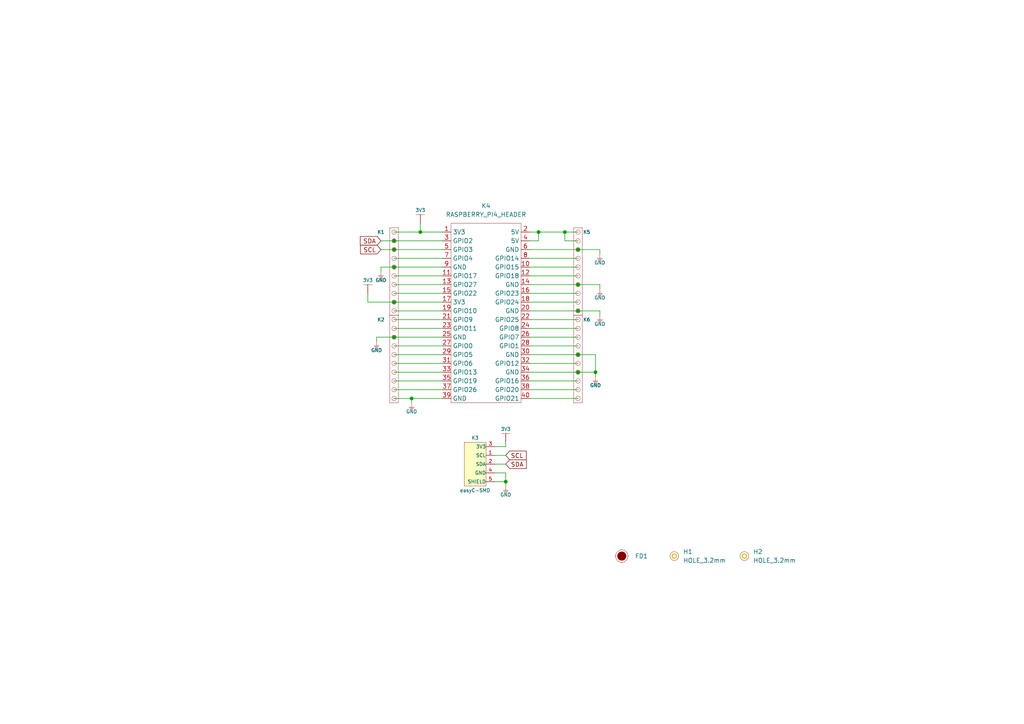
<source format=kicad_sch>
(kicad_sch (version 20210621) (generator eeschema)

  (uuid a07f59e6-776b-4647-8fc4-b0283225ecc8)

  (paper "A4")

  (lib_symbols
    (symbol "e-radionica.com schematics:3V3" (power) (pin_names (offset 0)) (in_bom yes) (on_board yes)
      (property "Reference" "#PWR" (id 0) (at 4.445 0 0)
        (effects (font (size 1 1)) hide)
      )
      (property "Value" "3V3" (id 1) (at 0 3.556 0)
        (effects (font (size 1 1)))
      )
      (property "Footprint" "" (id 2) (at 4.445 3.81 0)
        (effects (font (size 1 1)) hide)
      )
      (property "Datasheet" "" (id 3) (at 4.445 3.81 0)
        (effects (font (size 1 1)) hide)
      )
      (property "ki_keywords" "power-flag" (id 4) (at 0 0 0)
        (effects (font (size 1.27 1.27)) hide)
      )
      (property "ki_description" "Power symbol creates a global label with name \"+3V3\"" (id 5) (at 0 0 0)
        (effects (font (size 1.27 1.27)) hide)
      )
      (symbol "3V3_0_1"
        (polyline
          (pts
            (xy -1.27 2.54)
            (xy 1.27 2.54)
          )
          (stroke (width 0.0006)) (fill (type none))
        )
        (polyline
          (pts
            (xy 0 0)
            (xy 0 2.54)
          )
          (stroke (width 0)) (fill (type none))
        )
      )
      (symbol "3V3_1_1"
        (pin power_in line (at 0 0 90) (length 0) hide
          (name "3V3" (effects (font (size 1.27 1.27))))
          (number "1" (effects (font (size 1.27 1.27))))
        )
      )
    )
    (symbol "e-radionica.com schematics:Fiducial_Stencil" (pin_numbers hide) (pin_names hide) (in_bom yes) (on_board yes)
      (property "Reference" "FD?" (id 0) (at 0 3.048 0)
        (effects (font (size 1.27 1.27)))
      )
      (property "Value" "Fiducial_Stencil" (id 1) (at 0 -2.794 0)
        (effects (font (size 1.27 1.27)) hide)
      )
      (property "Footprint" "e-radionica.com footprinti:FIDUCIAL_1MM_PASTE" (id 2) (at 0 -6.35 0)
        (effects (font (size 1.27 1.27)) hide)
      )
      (property "Datasheet" "" (id 3) (at 0 0 0)
        (effects (font (size 1.27 1.27)) hide)
      )
      (symbol "Fiducial_Stencil_0_1"
        (circle (center 0 0) (radius 1.7961) (stroke (width 0.0006)) (fill (type none)))
        (circle (center 0 0) (radius 1.27) (stroke (width 0.001)) (fill (type outline)))
        (polyline
          (pts
            (xy -1.778 0)
            (xy -2.032 0)
          )
          (stroke (width 0.0006)) (fill (type none))
        )
        (polyline
          (pts
            (xy 0 -1.778)
            (xy 0 -2.032)
          )
          (stroke (width 0.0006)) (fill (type none))
        )
        (polyline
          (pts
            (xy 0 1.778)
            (xy 0 2.032)
          )
          (stroke (width 0.0006)) (fill (type none))
        )
        (polyline
          (pts
            (xy 1.778 0)
            (xy 2.032 0)
          )
          (stroke (width 0.0006)) (fill (type none))
        )
      )
    )
    (symbol "e-radionica.com schematics:GND" (power) (pin_names (offset 0)) (in_bom yes) (on_board yes)
      (property "Reference" "#PWR" (id 0) (at 4.445 0 0)
        (effects (font (size 1 1)) hide)
      )
      (property "Value" "GND" (id 1) (at 0 -2.921 0)
        (effects (font (size 1 1)))
      )
      (property "Footprint" "" (id 2) (at 4.445 3.81 0)
        (effects (font (size 1 1)) hide)
      )
      (property "Datasheet" "" (id 3) (at 4.445 3.81 0)
        (effects (font (size 1 1)) hide)
      )
      (property "ki_keywords" "power-flag" (id 4) (at 0 0 0)
        (effects (font (size 1.27 1.27)) hide)
      )
      (property "ki_description" "Power symbol creates a global label with name \"+3V3\"" (id 5) (at 0 0 0)
        (effects (font (size 1.27 1.27)) hide)
      )
      (symbol "GND_0_1"
        (polyline
          (pts
            (xy -0.762 -1.27)
            (xy 0.762 -1.27)
          )
          (stroke (width 0.0006)) (fill (type none))
        )
        (polyline
          (pts
            (xy -0.635 -1.524)
            (xy 0.635 -1.524)
          )
          (stroke (width 0.0006)) (fill (type none))
        )
        (polyline
          (pts
            (xy -0.381 -1.778)
            (xy 0.381 -1.778)
          )
          (stroke (width 0.0006)) (fill (type none))
        )
        (polyline
          (pts
            (xy -0.127 -2.032)
            (xy 0.127 -2.032)
          )
          (stroke (width 0.0006)) (fill (type none))
        )
        (polyline
          (pts
            (xy 0 0)
            (xy 0 -1.27)
          )
          (stroke (width 0.0006)) (fill (type none))
        )
      )
      (symbol "GND_1_1"
        (pin power_in line (at 0 0 270) (length 0) hide
          (name "GND" (effects (font (size 1.27 1.27))))
          (number "1" (effects (font (size 1.27 1.27))))
        )
      )
    )
    (symbol "e-radionica.com schematics:HEADER_MALE_10X1" (pin_numbers hide) (pin_names hide) (in_bom yes) (on_board yes)
      (property "Reference" "K" (id 0) (at -0.635 15.24 0)
        (effects (font (size 1 1)))
      )
      (property "Value" "HEADER_MALE_10X1" (id 1) (at 1.905 -12.7 0)
        (effects (font (size 1 1)))
      )
      (property "Footprint" "e-radionica.com footprinti:HEADER_MALE_10X1" (id 2) (at 0 0 0)
        (effects (font (size 1 1)) hide)
      )
      (property "Datasheet" "" (id 3) (at 0 0 0)
        (effects (font (size 1 1)) hide)
      )
      (symbol "HEADER_MALE_10X1_0_1"
        (circle (center 0 -10.16) (radius 0.635) (stroke (width 0.0006)) (fill (type none)))
        (circle (center 0 -7.62) (radius 0.635) (stroke (width 0.0006)) (fill (type none)))
        (circle (center 0 -5.08) (radius 0.635) (stroke (width 0.0006)) (fill (type none)))
        (circle (center 0 -2.54) (radius 0.635) (stroke (width 0.0006)) (fill (type none)))
        (circle (center 0 0) (radius 0.635) (stroke (width 0.0006)) (fill (type none)))
        (circle (center 0 2.54) (radius 0.635) (stroke (width 0.0006)) (fill (type none)))
        (circle (center 0 5.08) (radius 0.635) (stroke (width 0.0006)) (fill (type none)))
        (circle (center 0 7.62) (radius 0.635) (stroke (width 0.0006)) (fill (type none)))
        (circle (center 0 10.16) (radius 0.635) (stroke (width 0.0006)) (fill (type none)))
        (circle (center 0 12.7) (radius 0.635) (stroke (width 0.0006)) (fill (type none)))
        (rectangle (start 1.27 -11.43) (end -1.27 13.97)
          (stroke (width 0.0006)) (fill (type none))
        )
      )
      (symbol "HEADER_MALE_10X1_1_1"
        (pin passive line (at 0 -10.16 180) (length 0)
          (name "~" (effects (font (size 0.991 0.991))))
          (number "1" (effects (font (size 0.991 0.991))))
        )
        (pin passive line (at 0 12.7 180) (length 0)
          (name "~" (effects (font (size 0.991 0.991))))
          (number "10" (effects (font (size 0.991 0.991))))
        )
        (pin passive line (at 0 -7.62 180) (length 0)
          (name "~" (effects (font (size 0.991 0.991))))
          (number "2" (effects (font (size 0.991 0.991))))
        )
        (pin passive line (at 0 -5.08 180) (length 0)
          (name "~" (effects (font (size 0.991 0.991))))
          (number "3" (effects (font (size 0.991 0.991))))
        )
        (pin passive line (at 0 -2.54 180) (length 0)
          (name "~" (effects (font (size 0.991 0.991))))
          (number "4" (effects (font (size 0.991 0.991))))
        )
        (pin passive line (at 0 0 180) (length 0)
          (name "~" (effects (font (size 0.991 0.991))))
          (number "5" (effects (font (size 0.991 0.991))))
        )
        (pin passive line (at 0 2.54 180) (length 0)
          (name "~" (effects (font (size 0.991 0.991))))
          (number "6" (effects (font (size 0.991 0.991))))
        )
        (pin passive line (at 0 5.08 180) (length 0)
          (name "~" (effects (font (size 0.991 0.991))))
          (number "7" (effects (font (size 0.991 0.991))))
        )
        (pin passive line (at 0 7.62 180) (length 0)
          (name "~" (effects (font (size 0.991 0.991))))
          (number "8" (effects (font (size 0.991 0.991))))
        )
        (pin passive line (at 0 10.16 180) (length 0)
          (name "~" (effects (font (size 0.991 0.991))))
          (number "9" (effects (font (size 0.991 0.991))))
        )
      )
    )
    (symbol "e-radionica.com schematics:HOLE_3.2mm" (pin_numbers hide) (pin_names hide) (in_bom yes) (on_board yes)
      (property "Reference" "H" (id 0) (at 0 2.54 0)
        (effects (font (size 1.27 1.27)))
      )
      (property "Value" "HOLE_3.2mm" (id 1) (at 0 -2.54 0)
        (effects (font (size 1.27 1.27)))
      )
      (property "Footprint" "e-radionica.com footprinti:HOLE_3.2mm" (id 2) (at 0 0 0)
        (effects (font (size 1.27 1.27)) hide)
      )
      (property "Datasheet" "" (id 3) (at 0 0 0)
        (effects (font (size 1.27 1.27)) hide)
      )
      (symbol "HOLE_3.2mm_0_1"
        (circle (center 0 0) (radius 0.635) (stroke (width 0.0006)) (fill (type none)))
        (circle (center 0 0) (radius 1.27) (stroke (width 0.001)) (fill (type background)))
      )
    )
    (symbol "e-radionica.com schematics:RASPBERRY_PI4_HEADER" (in_bom yes) (on_board yes)
      (property "Reference" "K" (id 0) (at -8.89 29.21 0)
        (effects (font (size 1.27 1.27)))
      )
      (property "Value" "RASPBERRY_PI4_HEADER" (id 1) (at 0 -25.4 0)
        (effects (font (size 1.27 1.27)))
      )
      (property "Footprint" "e-radionica.com footprinti:RASPBERRY_PI4_HEADER" (id 2) (at 0 -29.21 0)
        (effects (font (size 1.27 1.27)) hide)
      )
      (property "Datasheet" "" (id 3) (at 0 0 0)
        (effects (font (size 1.27 1.27)) hide)
      )
      (symbol "RASPBERRY_PI4_HEADER_0_1"
        (rectangle (start -10.16 27.94) (end 10.16 -24.13)
          (stroke (width 0.0006)) (fill (type none))
        )
      )
      (symbol "RASPBERRY_PI4_HEADER_1_1"
        (pin power_in line (at -12.7 25.4 0) (length 2.54)
          (name "3V3" (effects (font (size 1.27 1.27))))
          (number "1" (effects (font (size 1.27 1.27))))
        )
        (pin bidirectional line (at 12.7 15.24 180) (length 2.54)
          (name "GPIO15" (effects (font (size 1.27 1.27))))
          (number "10" (effects (font (size 1.27 1.27))))
        )
        (pin bidirectional line (at -12.7 12.7 0) (length 2.54)
          (name "GPIO17" (effects (font (size 1.27 1.27))))
          (number "11" (effects (font (size 1.27 1.27))))
        )
        (pin bidirectional line (at 12.7 12.7 180) (length 2.54)
          (name "GPIO18" (effects (font (size 1.27 1.27))))
          (number "12" (effects (font (size 1.27 1.27))))
        )
        (pin bidirectional line (at -12.7 10.16 0) (length 2.54)
          (name "GPIO27" (effects (font (size 1.27 1.27))))
          (number "13" (effects (font (size 1.27 1.27))))
        )
        (pin bidirectional line (at 12.7 10.16 180) (length 2.54)
          (name "GND" (effects (font (size 1.27 1.27))))
          (number "14" (effects (font (size 1.27 1.27))))
        )
        (pin bidirectional line (at -12.7 7.62 0) (length 2.54)
          (name "GPIO22" (effects (font (size 1.27 1.27))))
          (number "15" (effects (font (size 1.27 1.27))))
        )
        (pin bidirectional line (at 12.7 7.62 180) (length 2.54)
          (name "GPIO23" (effects (font (size 1.27 1.27))))
          (number "16" (effects (font (size 1.27 1.27))))
        )
        (pin bidirectional line (at -12.7 5.08 0) (length 2.54)
          (name "3V3" (effects (font (size 1.27 1.27))))
          (number "17" (effects (font (size 1.27 1.27))))
        )
        (pin bidirectional line (at 12.7 5.08 180) (length 2.54)
          (name "GPIO24" (effects (font (size 1.27 1.27))))
          (number "18" (effects (font (size 1.27 1.27))))
        )
        (pin bidirectional line (at -12.7 2.54 0) (length 2.54)
          (name "GPIO10" (effects (font (size 1.27 1.27))))
          (number "19" (effects (font (size 1.27 1.27))))
        )
        (pin bidirectional line (at 12.7 25.4 180) (length 2.54)
          (name "5V" (effects (font (size 1.27 1.27))))
          (number "2" (effects (font (size 1.27 1.27))))
        )
        (pin bidirectional line (at 12.7 2.54 180) (length 2.54)
          (name "GND" (effects (font (size 1.27 1.27))))
          (number "20" (effects (font (size 1.27 1.27))))
        )
        (pin bidirectional line (at -12.7 0 0) (length 2.54)
          (name "GPIO9" (effects (font (size 1.27 1.27))))
          (number "21" (effects (font (size 1.27 1.27))))
        )
        (pin bidirectional line (at 12.7 0 180) (length 2.54)
          (name "GPIO25" (effects (font (size 1.27 1.27))))
          (number "22" (effects (font (size 1.27 1.27))))
        )
        (pin bidirectional line (at -12.7 -2.54 0) (length 2.54)
          (name "GPIO11" (effects (font (size 1.27 1.27))))
          (number "23" (effects (font (size 1.27 1.27))))
        )
        (pin bidirectional line (at 12.7 -2.54 180) (length 2.54)
          (name "GPIO8" (effects (font (size 1.27 1.27))))
          (number "24" (effects (font (size 1.27 1.27))))
        )
        (pin bidirectional line (at -12.7 -5.08 0) (length 2.54)
          (name "GND" (effects (font (size 1.27 1.27))))
          (number "25" (effects (font (size 1.27 1.27))))
        )
        (pin bidirectional line (at 12.7 -5.08 180) (length 2.54)
          (name "GPIO7" (effects (font (size 1.27 1.27))))
          (number "26" (effects (font (size 1.27 1.27))))
        )
        (pin bidirectional line (at -12.7 -7.62 0) (length 2.54)
          (name "GPIO0" (effects (font (size 1.27 1.27))))
          (number "27" (effects (font (size 1.27 1.27))))
        )
        (pin bidirectional line (at 12.7 -7.62 180) (length 2.54)
          (name "GPIO1" (effects (font (size 1.27 1.27))))
          (number "28" (effects (font (size 1.27 1.27))))
        )
        (pin bidirectional line (at -12.7 -10.16 0) (length 2.54)
          (name "GPIO5" (effects (font (size 1.27 1.27))))
          (number "29" (effects (font (size 1.27 1.27))))
        )
        (pin bidirectional line (at -12.7 22.86 0) (length 2.54)
          (name "GPIO2" (effects (font (size 1.27 1.27))))
          (number "3" (effects (font (size 1.27 1.27))))
        )
        (pin bidirectional line (at 12.7 -10.16 180) (length 2.54)
          (name "GND" (effects (font (size 1.27 1.27))))
          (number "30" (effects (font (size 1.27 1.27))))
        )
        (pin bidirectional line (at -12.7 -12.7 0) (length 2.54)
          (name "GPIO6" (effects (font (size 1.27 1.27))))
          (number "31" (effects (font (size 1.27 1.27))))
        )
        (pin bidirectional line (at 12.7 -12.7 180) (length 2.54)
          (name "GPIO12" (effects (font (size 1.27 1.27))))
          (number "32" (effects (font (size 1.27 1.27))))
        )
        (pin bidirectional line (at -12.7 -15.24 0) (length 2.54)
          (name "GPIO13" (effects (font (size 1.27 1.27))))
          (number "33" (effects (font (size 1.27 1.27))))
        )
        (pin bidirectional line (at 12.7 -15.24 180) (length 2.54)
          (name "GND" (effects (font (size 1.27 1.27))))
          (number "34" (effects (font (size 1.27 1.27))))
        )
        (pin bidirectional line (at -12.7 -17.78 0) (length 2.54)
          (name "GPIO19" (effects (font (size 1.27 1.27))))
          (number "35" (effects (font (size 1.27 1.27))))
        )
        (pin bidirectional line (at 12.7 -17.78 180) (length 2.54)
          (name "GPIO16" (effects (font (size 1.27 1.27))))
          (number "36" (effects (font (size 1.27 1.27))))
        )
        (pin bidirectional line (at -12.7 -20.32 0) (length 2.54)
          (name "GPIO26" (effects (font (size 1.27 1.27))))
          (number "37" (effects (font (size 1.27 1.27))))
        )
        (pin bidirectional line (at 12.7 -20.32 180) (length 2.54)
          (name "GPIO20" (effects (font (size 1.27 1.27))))
          (number "38" (effects (font (size 1.27 1.27))))
        )
        (pin bidirectional line (at -12.7 -22.86 0) (length 2.54)
          (name "GND" (effects (font (size 1.27 1.27))))
          (number "39" (effects (font (size 1.27 1.27))))
        )
        (pin bidirectional line (at 12.7 22.86 180) (length 2.54)
          (name "5V" (effects (font (size 1.27 1.27))))
          (number "4" (effects (font (size 1.27 1.27))))
        )
        (pin bidirectional line (at 12.7 -22.86 180) (length 2.54)
          (name "GPIO21" (effects (font (size 1.27 1.27))))
          (number "40" (effects (font (size 1.27 1.27))))
        )
        (pin bidirectional line (at -12.7 20.32 0) (length 2.54)
          (name "GPIO3" (effects (font (size 1.27 1.27))))
          (number "5" (effects (font (size 1.27 1.27))))
        )
        (pin bidirectional line (at 12.7 20.32 180) (length 2.54)
          (name "GND" (effects (font (size 1.27 1.27))))
          (number "6" (effects (font (size 1.27 1.27))))
        )
        (pin bidirectional line (at -12.7 17.78 0) (length 2.54)
          (name "GPIO4" (effects (font (size 1.27 1.27))))
          (number "7" (effects (font (size 1.27 1.27))))
        )
        (pin bidirectional line (at 12.7 17.78 180) (length 2.54)
          (name "GPIO14" (effects (font (size 1.27 1.27))))
          (number "8" (effects (font (size 1.27 1.27))))
        )
        (pin bidirectional line (at -12.7 15.24 0) (length 2.54)
          (name "GND" (effects (font (size 1.27 1.27))))
          (number "9" (effects (font (size 1.27 1.27))))
        )
      )
    )
    (symbol "e-radionica.com schematics:easyC-SMD" (pin_names (offset 0.002)) (in_bom yes) (on_board yes)
      (property "Reference" "K" (id 0) (at -2.54 10.16 0)
        (effects (font (size 1 1)))
      )
      (property "Value" "easyC-SMD" (id 1) (at 0 -5.08 0)
        (effects (font (size 1 1)))
      )
      (property "Footprint" "e-radionica.com footprinti:easyC-connector" (id 2) (at 3.175 2.54 0)
        (effects (font (size 1 1)) hide)
      )
      (property "Datasheet" "" (id 3) (at 3.175 2.54 0)
        (effects (font (size 1 1)) hide)
      )
      (symbol "easyC-SMD_0_1"
        (rectangle (start -3.175 8.89) (end 3.175 -3.81)
          (stroke (width 0.001)) (fill (type background))
        )
      )
      (symbol "easyC-SMD_1_1"
        (pin passive line (at 5.715 5.08 180) (length 2.54)
          (name "SCL" (effects (font (size 1 1))))
          (number "1" (effects (font (size 1 1))))
        )
        (pin passive line (at 5.715 2.54 180) (length 2.54)
          (name "SDA" (effects (font (size 1 1))))
          (number "2" (effects (font (size 1 1))))
        )
        (pin passive line (at 5.715 7.62 180) (length 2.54)
          (name "3V3" (effects (font (size 1 1))))
          (number "3" (effects (font (size 1 1))))
        )
        (pin passive line (at 5.715 0 180) (length 2.54)
          (name "GND" (effects (font (size 1 1))))
          (number "4" (effects (font (size 1 1))))
        )
        (pin passive line (at 5.715 -2.54 180) (length 2.54)
          (name "SHIELD" (effects (font (size 1 1))))
          (number "5" (effects (font (size 1 1))))
        )
      )
    )
  )

  (junction (at 114.3 69.85) (diameter 0.9144) (color 0 0 0 0))
  (junction (at 114.3 72.39) (diameter 0.9144) (color 0 0 0 0))
  (junction (at 114.3 77.47) (diameter 0.9144) (color 0 0 0 0))
  (junction (at 114.3 87.63) (diameter 0.9144) (color 0 0 0 0))
  (junction (at 114.3 97.79) (diameter 0.9144) (color 0 0 0 0))
  (junction (at 119.38 115.57) (diameter 0.9144) (color 0 0 0 0))
  (junction (at 121.92 67.31) (diameter 0.9144) (color 0 0 0 0))
  (junction (at 146.685 139.7) (diameter 0.9144) (color 0 0 0 0))
  (junction (at 156.21 67.31) (diameter 0.9144) (color 0 0 0 0))
  (junction (at 163.83 67.31) (diameter 0.9144) (color 0 0 0 0))
  (junction (at 167.64 72.39) (diameter 0.9144) (color 0 0 0 0))
  (junction (at 167.64 82.55) (diameter 0.9144) (color 0 0 0 0))
  (junction (at 167.64 90.17) (diameter 0.9144) (color 0 0 0 0))
  (junction (at 167.64 102.87) (diameter 0.9144) (color 0 0 0 0))
  (junction (at 167.64 107.95) (diameter 0.9144) (color 0 0 0 0))
  (junction (at 172.72 107.95) (diameter 0.9144) (color 0 0 0 0))

  (wire (pts (xy 106.68 87.63) (xy 106.68 85.09))
    (stroke (width 0) (type solid) (color 0 0 0 0))
    (uuid 05a895f2-4dfc-4cee-b424-4597276e942c)
  )
  (wire (pts (xy 109.22 97.79) (xy 109.22 99.06))
    (stroke (width 0) (type solid) (color 0 0 0 0))
    (uuid 2bdefb9b-73c9-45b2-9723-8ee73a202fef)
  )
  (wire (pts (xy 110.49 69.85) (xy 114.3 69.85))
    (stroke (width 0) (type solid) (color 0 0 0 0))
    (uuid f1c93862-0afc-407e-83c2-e49e2f2d7bf0)
  )
  (wire (pts (xy 110.49 72.39) (xy 114.3 72.39))
    (stroke (width 0) (type solid) (color 0 0 0 0))
    (uuid 8bb5bf19-a7bd-49f7-bd5c-b0fcc021d687)
  )
  (wire (pts (xy 110.49 77.47) (xy 110.49 78.74))
    (stroke (width 0) (type solid) (color 0 0 0 0))
    (uuid 27dd58f3-11f6-48ad-aa74-36539ed60d3d)
  )
  (wire (pts (xy 114.3 67.31) (xy 121.92 67.31))
    (stroke (width 0) (type solid) (color 0 0 0 0))
    (uuid a5b3d25f-492c-465d-94ba-fab888ae53c9)
  )
  (wire (pts (xy 114.3 69.85) (xy 128.27 69.85))
    (stroke (width 0) (type solid) (color 0 0 0 0))
    (uuid 9a16b909-2ab3-47a4-9070-e665761782ba)
  )
  (wire (pts (xy 114.3 72.39) (xy 128.27 72.39))
    (stroke (width 0) (type solid) (color 0 0 0 0))
    (uuid 1ed8f573-959e-4dae-af5c-aadadd56dba4)
  )
  (wire (pts (xy 114.3 74.93) (xy 128.27 74.93))
    (stroke (width 0) (type solid) (color 0 0 0 0))
    (uuid bd9eb78a-d021-42a4-988f-d618e891ad8e)
  )
  (wire (pts (xy 114.3 77.47) (xy 110.49 77.47))
    (stroke (width 0) (type solid) (color 0 0 0 0))
    (uuid 27dd58f3-11f6-48ad-aa74-36539ed60d3d)
  )
  (wire (pts (xy 114.3 77.47) (xy 128.27 77.47))
    (stroke (width 0) (type solid) (color 0 0 0 0))
    (uuid dac3e9df-45fa-4330-87f2-9207228fd094)
  )
  (wire (pts (xy 114.3 80.01) (xy 128.27 80.01))
    (stroke (width 0) (type solid) (color 0 0 0 0))
    (uuid 8b8c01d3-3b0a-44fd-b87e-cee7c48c45f9)
  )
  (wire (pts (xy 114.3 82.55) (xy 128.27 82.55))
    (stroke (width 0) (type solid) (color 0 0 0 0))
    (uuid 5b48695f-6f62-4feb-9162-5726acc69ddf)
  )
  (wire (pts (xy 114.3 85.09) (xy 128.27 85.09))
    (stroke (width 0) (type solid) (color 0 0 0 0))
    (uuid 03f79577-bbac-49dc-9a5b-fb8f96a23cd2)
  )
  (wire (pts (xy 114.3 87.63) (xy 106.68 87.63))
    (stroke (width 0) (type solid) (color 0 0 0 0))
    (uuid 05a895f2-4dfc-4cee-b424-4597276e942c)
  )
  (wire (pts (xy 114.3 87.63) (xy 128.27 87.63))
    (stroke (width 0) (type solid) (color 0 0 0 0))
    (uuid bfce2ee9-7524-4a74-8ae5-dfa8b04560d7)
  )
  (wire (pts (xy 114.3 90.17) (xy 128.27 90.17))
    (stroke (width 0) (type solid) (color 0 0 0 0))
    (uuid c61d05f8-56f0-41b1-875d-a103863f2851)
  )
  (wire (pts (xy 114.3 92.71) (xy 128.27 92.71))
    (stroke (width 0) (type solid) (color 0 0 0 0))
    (uuid 14599491-04c3-433d-a7f0-45af6164ffa3)
  )
  (wire (pts (xy 114.3 95.25) (xy 128.27 95.25))
    (stroke (width 0) (type solid) (color 0 0 0 0))
    (uuid 71dddd39-efc4-4bea-8d21-56f544f4e8e4)
  )
  (wire (pts (xy 114.3 97.79) (xy 109.22 97.79))
    (stroke (width 0) (type solid) (color 0 0 0 0))
    (uuid 2bdefb9b-73c9-45b2-9723-8ee73a202fef)
  )
  (wire (pts (xy 114.3 100.33) (xy 128.27 100.33))
    (stroke (width 0) (type solid) (color 0 0 0 0))
    (uuid dc6d42f1-1f05-4750-9910-0ca22c2b5c9a)
  )
  (wire (pts (xy 114.3 102.87) (xy 128.27 102.87))
    (stroke (width 0) (type solid) (color 0 0 0 0))
    (uuid 6504aa5a-69b9-41db-a0e1-198bf02855c3)
  )
  (wire (pts (xy 114.3 105.41) (xy 128.27 105.41))
    (stroke (width 0) (type solid) (color 0 0 0 0))
    (uuid 213e5451-e137-4fb9-b846-48bc9ec70498)
  )
  (wire (pts (xy 114.3 107.95) (xy 128.27 107.95))
    (stroke (width 0) (type solid) (color 0 0 0 0))
    (uuid fc29e2cb-4d4f-44f6-b727-adfa1744bc99)
  )
  (wire (pts (xy 114.3 110.49) (xy 128.27 110.49))
    (stroke (width 0) (type solid) (color 0 0 0 0))
    (uuid cbdba3a5-302d-4257-a4f3-fd6e74288120)
  )
  (wire (pts (xy 114.3 113.03) (xy 128.27 113.03))
    (stroke (width 0) (type solid) (color 0 0 0 0))
    (uuid c7651185-eeef-44ad-ae26-08f68c8251e9)
  )
  (wire (pts (xy 114.3 115.57) (xy 119.38 115.57))
    (stroke (width 0) (type solid) (color 0 0 0 0))
    (uuid 81072777-b512-4b9b-8e78-7f402fb4f8bc)
  )
  (wire (pts (xy 119.38 115.57) (xy 119.38 116.84))
    (stroke (width 0) (type solid) (color 0 0 0 0))
    (uuid 921086e8-87da-40a2-ac86-56e12d239422)
  )
  (wire (pts (xy 121.92 67.31) (xy 121.92 64.77))
    (stroke (width 0) (type solid) (color 0 0 0 0))
    (uuid a0289288-fde3-4717-b88f-5737ca950e11)
  )
  (wire (pts (xy 128.27 67.31) (xy 121.92 67.31))
    (stroke (width 0) (type solid) (color 0 0 0 0))
    (uuid a0289288-fde3-4717-b88f-5737ca950e11)
  )
  (wire (pts (xy 128.27 97.79) (xy 114.3 97.79))
    (stroke (width 0) (type solid) (color 0 0 0 0))
    (uuid 2bdefb9b-73c9-45b2-9723-8ee73a202fef)
  )
  (wire (pts (xy 128.27 115.57) (xy 119.38 115.57))
    (stroke (width 0) (type solid) (color 0 0 0 0))
    (uuid 921086e8-87da-40a2-ac86-56e12d239422)
  )
  (wire (pts (xy 143.51 129.54) (xy 146.685 129.54))
    (stroke (width 0) (type solid) (color 0 0 0 0))
    (uuid c4150088-552f-4015-8bdf-9da237c269a2)
  )
  (wire (pts (xy 143.51 132.08) (xy 146.685 132.08))
    (stroke (width 0) (type solid) (color 0 0 0 0))
    (uuid ebfc9e35-6492-4c1f-9fd4-a2823ef6a2fe)
  )
  (wire (pts (xy 143.51 134.62) (xy 146.685 134.62))
    (stroke (width 0) (type solid) (color 0 0 0 0))
    (uuid 804059a9-3ff2-4937-a7a6-7a2430b59b44)
  )
  (wire (pts (xy 143.51 137.16) (xy 146.685 137.16))
    (stroke (width 0) (type solid) (color 0 0 0 0))
    (uuid 8bd5197c-15f1-4329-87a8-3836b843d763)
  )
  (wire (pts (xy 143.51 139.7) (xy 146.685 139.7))
    (stroke (width 0) (type solid) (color 0 0 0 0))
    (uuid 53ecf4b0-74e3-4025-806a-c89f29b0f715)
  )
  (wire (pts (xy 146.685 129.54) (xy 146.685 128.27))
    (stroke (width 0) (type solid) (color 0 0 0 0))
    (uuid c4150088-552f-4015-8bdf-9da237c269a2)
  )
  (wire (pts (xy 146.685 137.16) (xy 146.685 139.7))
    (stroke (width 0) (type solid) (color 0 0 0 0))
    (uuid 8bd5197c-15f1-4329-87a8-3836b843d763)
  )
  (wire (pts (xy 146.685 139.7) (xy 146.685 140.97))
    (stroke (width 0) (type solid) (color 0 0 0 0))
    (uuid 53ecf4b0-74e3-4025-806a-c89f29b0f715)
  )
  (wire (pts (xy 153.67 67.31) (xy 156.21 67.31))
    (stroke (width 0) (type solid) (color 0 0 0 0))
    (uuid 0fd594a2-ca44-422e-83e3-2f676bd68276)
  )
  (wire (pts (xy 153.67 69.85) (xy 156.21 69.85))
    (stroke (width 0) (type solid) (color 0 0 0 0))
    (uuid 1c46fa07-d6dc-4887-9f00-e9f2315d50ed)
  )
  (wire (pts (xy 153.67 72.39) (xy 167.64 72.39))
    (stroke (width 0) (type solid) (color 0 0 0 0))
    (uuid 831a92e4-e92c-4dea-ba95-aa4e36686778)
  )
  (wire (pts (xy 153.67 74.93) (xy 167.64 74.93))
    (stroke (width 0) (type solid) (color 0 0 0 0))
    (uuid d015fd54-17cd-4d3c-ba9e-be29a1981e6e)
  )
  (wire (pts (xy 153.67 77.47) (xy 167.64 77.47))
    (stroke (width 0) (type solid) (color 0 0 0 0))
    (uuid 4aa0b9b9-6116-4075-afae-ba47a87281b1)
  )
  (wire (pts (xy 153.67 80.01) (xy 167.64 80.01))
    (stroke (width 0) (type solid) (color 0 0 0 0))
    (uuid 4df2ffa2-bc3d-4078-800b-4583e2ba98d9)
  )
  (wire (pts (xy 153.67 82.55) (xy 167.64 82.55))
    (stroke (width 0) (type solid) (color 0 0 0 0))
    (uuid 6e03fa90-653e-4da7-948f-257356293fa7)
  )
  (wire (pts (xy 153.67 85.09) (xy 167.64 85.09))
    (stroke (width 0) (type solid) (color 0 0 0 0))
    (uuid 1aac9f20-1bac-4671-966a-aed4a8191fd6)
  )
  (wire (pts (xy 153.67 87.63) (xy 167.64 87.63))
    (stroke (width 0) (type solid) (color 0 0 0 0))
    (uuid 3a3a7218-8e6e-483d-99b1-9e56c11b9b0e)
  )
  (wire (pts (xy 153.67 90.17) (xy 167.64 90.17))
    (stroke (width 0) (type solid) (color 0 0 0 0))
    (uuid e76159d0-4f07-409a-a926-08b00d1d7809)
  )
  (wire (pts (xy 153.67 92.71) (xy 167.64 92.71))
    (stroke (width 0) (type solid) (color 0 0 0 0))
    (uuid 494f8b03-c4d5-4eaa-8af6-3bd3fdca8527)
  )
  (wire (pts (xy 153.67 95.25) (xy 167.64 95.25))
    (stroke (width 0) (type solid) (color 0 0 0 0))
    (uuid b6d9dfcc-4985-4519-a07c-aff9935c38ca)
  )
  (wire (pts (xy 153.67 97.79) (xy 167.64 97.79))
    (stroke (width 0) (type solid) (color 0 0 0 0))
    (uuid 50c57efa-ce9e-4c0e-a3cb-5d015df53826)
  )
  (wire (pts (xy 153.67 100.33) (xy 167.64 100.33))
    (stroke (width 0) (type solid) (color 0 0 0 0))
    (uuid 8a616c86-e873-4d17-8ac0-c5331c770c0e)
  )
  (wire (pts (xy 153.67 102.87) (xy 167.64 102.87))
    (stroke (width 0) (type solid) (color 0 0 0 0))
    (uuid ee231e27-e64b-43a3-b30f-8281c1cdc1ef)
  )
  (wire (pts (xy 153.67 105.41) (xy 167.64 105.41))
    (stroke (width 0) (type solid) (color 0 0 0 0))
    (uuid 954cc4a0-21e6-48c0-8fc3-5a73bd2279fa)
  )
  (wire (pts (xy 153.67 107.95) (xy 167.64 107.95))
    (stroke (width 0) (type solid) (color 0 0 0 0))
    (uuid 64c61259-b179-41d1-8fc5-9363344b2e2b)
  )
  (wire (pts (xy 153.67 110.49) (xy 167.64 110.49))
    (stroke (width 0) (type solid) (color 0 0 0 0))
    (uuid fa7755bb-2331-4f6a-a98a-dff38053d916)
  )
  (wire (pts (xy 153.67 113.03) (xy 167.64 113.03))
    (stroke (width 0) (type solid) (color 0 0 0 0))
    (uuid 966a7d3d-77e7-4598-8447-3de6bf398bdc)
  )
  (wire (pts (xy 153.67 115.57) (xy 167.64 115.57))
    (stroke (width 0) (type solid) (color 0 0 0 0))
    (uuid 2e480a08-bd5c-42b6-b9c1-0610ad0478f5)
  )
  (wire (pts (xy 156.21 67.31) (xy 163.83 67.31))
    (stroke (width 0) (type solid) (color 0 0 0 0))
    (uuid 0fd594a2-ca44-422e-83e3-2f676bd68276)
  )
  (wire (pts (xy 156.21 69.85) (xy 156.21 67.31))
    (stroke (width 0) (type solid) (color 0 0 0 0))
    (uuid 1c46fa07-d6dc-4887-9f00-e9f2315d50ed)
  )
  (wire (pts (xy 163.83 67.31) (xy 167.64 67.31))
    (stroke (width 0) (type solid) (color 0 0 0 0))
    (uuid 0fd594a2-ca44-422e-83e3-2f676bd68276)
  )
  (wire (pts (xy 163.83 69.85) (xy 163.83 67.31))
    (stroke (width 0) (type solid) (color 0 0 0 0))
    (uuid 3e0d2be7-dd80-43a0-9cf2-19872e57424c)
  )
  (wire (pts (xy 167.64 69.85) (xy 163.83 69.85))
    (stroke (width 0) (type solid) (color 0 0 0 0))
    (uuid 3e0d2be7-dd80-43a0-9cf2-19872e57424c)
  )
  (wire (pts (xy 167.64 72.39) (xy 173.99 72.39))
    (stroke (width 0) (type solid) (color 0 0 0 0))
    (uuid 3d407bd9-92e8-4f73-8088-5449a6dcec0d)
  )
  (wire (pts (xy 167.64 82.55) (xy 173.99 82.55))
    (stroke (width 0) (type solid) (color 0 0 0 0))
    (uuid 546d918b-a22c-457f-b0e2-fafa0b4e4a30)
  )
  (wire (pts (xy 167.64 90.17) (xy 173.99 90.17))
    (stroke (width 0) (type solid) (color 0 0 0 0))
    (uuid 45fa23cd-7b86-4a43-a37c-e1100fdbc7a9)
  )
  (wire (pts (xy 167.64 102.87) (xy 172.72 102.87))
    (stroke (width 0) (type solid) (color 0 0 0 0))
    (uuid 7c7c43cf-4331-4b1c-ade1-86e541acafdc)
  )
  (wire (pts (xy 167.64 107.95) (xy 172.72 107.95))
    (stroke (width 0) (type solid) (color 0 0 0 0))
    (uuid 64c61259-b179-41d1-8fc5-9363344b2e2b)
  )
  (wire (pts (xy 172.72 102.87) (xy 172.72 107.95))
    (stroke (width 0) (type solid) (color 0 0 0 0))
    (uuid 7c7c43cf-4331-4b1c-ade1-86e541acafdc)
  )
  (wire (pts (xy 172.72 107.95) (xy 172.72 109.22))
    (stroke (width 0) (type solid) (color 0 0 0 0))
    (uuid 7c7c43cf-4331-4b1c-ade1-86e541acafdc)
  )
  (wire (pts (xy 173.99 72.39) (xy 173.99 73.66))
    (stroke (width 0) (type solid) (color 0 0 0 0))
    (uuid 3d407bd9-92e8-4f73-8088-5449a6dcec0d)
  )
  (wire (pts (xy 173.99 82.55) (xy 173.99 83.82))
    (stroke (width 0) (type solid) (color 0 0 0 0))
    (uuid 546d918b-a22c-457f-b0e2-fafa0b4e4a30)
  )
  (wire (pts (xy 173.99 90.17) (xy 173.99 91.44))
    (stroke (width 0) (type solid) (color 0 0 0 0))
    (uuid 45fa23cd-7b86-4a43-a37c-e1100fdbc7a9)
  )

  (global_label "SDA" (shape input) (at 110.49 69.85 180)
    (effects (font (size 1.27 1.27)) (justify right))
    (uuid 8a432005-6ade-4ceb-8f30-b150adebb049)
    (property "Intersheet References" "${INTERSHEET_REFS}" (id 0) (at 102.9848 69.7706 0)
      (effects (font (size 1.27 1.27)) (justify right) hide)
    )
  )
  (global_label "SCL" (shape input) (at 110.49 72.39 180)
    (effects (font (size 1.27 1.27)) (justify right))
    (uuid 367cec76-c47c-4c2f-b686-733e08c61c2f)
    (property "Intersheet References" "${INTERSHEET_REFS}" (id 0) (at 103.0453 72.3106 0)
      (effects (font (size 1.27 1.27)) (justify right) hide)
    )
  )
  (global_label "SCL" (shape input) (at 146.685 132.08 0)
    (effects (font (size 1.27 1.27)) (justify left))
    (uuid efbc93b3-a0f9-4b70-9b46-3d49272fb1bc)
    (property "Intersheet References" "${INTERSHEET_REFS}" (id 0) (at 154.1297 132.0006 0)
      (effects (font (size 1.27 1.27)) (justify left) hide)
    )
  )
  (global_label "SDA" (shape input) (at 146.685 134.62 0)
    (effects (font (size 1.27 1.27)) (justify left))
    (uuid 8eb02bd8-778d-4aaf-bbe9-ca52d8adfbf8)
    (property "Intersheet References" "${INTERSHEET_REFS}" (id 0) (at 154.1902 134.5406 0)
      (effects (font (size 1.27 1.27)) (justify left) hide)
    )
  )

  (symbol (lib_id "e-radionica.com schematics:GND") (at 109.22 99.06 0) (unit 1)
    (in_bom yes) (on_board yes)
    (uuid ad044f80-e4c5-450c-97bb-763c31de0cef)
    (property "Reference" "#PWR0106" (id 0) (at 113.665 99.06 0)
      (effects (font (size 1 1)) hide)
    )
    (property "Value" "GND" (id 1) (at 109.22 101.6 0)
      (effects (font (size 1 1)))
    )
    (property "Footprint" "" (id 2) (at 113.665 95.25 0)
      (effects (font (size 1 1)) hide)
    )
    (property "Datasheet" "" (id 3) (at 113.665 95.25 0)
      (effects (font (size 1 1)) hide)
    )
    (pin "1" (uuid 92514ed2-3922-41c4-bf62-2616d46d2525))
  )

  (symbol (lib_id "e-radionica.com schematics:GND") (at 110.49 78.74 0) (unit 1)
    (in_bom yes) (on_board yes)
    (uuid b62e370e-73f1-4234-9255-a3a67fbdaad8)
    (property "Reference" "#PWR0109" (id 0) (at 114.935 78.74 0)
      (effects (font (size 1 1)) hide)
    )
    (property "Value" "GND" (id 1) (at 110.49 81.28 0)
      (effects (font (size 1 1)))
    )
    (property "Footprint" "" (id 2) (at 114.935 74.93 0)
      (effects (font (size 1 1)) hide)
    )
    (property "Datasheet" "" (id 3) (at 114.935 74.93 0)
      (effects (font (size 1 1)) hide)
    )
    (pin "1" (uuid 92514ed2-3922-41c4-bf62-2616d46d2525))
  )

  (symbol (lib_id "e-radionica.com schematics:GND") (at 119.38 116.84 0) (unit 1)
    (in_bom yes) (on_board yes)
    (uuid 863e5648-bb47-484a-b06b-7dab158306d4)
    (property "Reference" "#PWR0104" (id 0) (at 123.825 116.84 0)
      (effects (font (size 1 1)) hide)
    )
    (property "Value" "GND" (id 1) (at 119.38 119.38 0)
      (effects (font (size 1 1)))
    )
    (property "Footprint" "" (id 2) (at 123.825 113.03 0)
      (effects (font (size 1 1)) hide)
    )
    (property "Datasheet" "" (id 3) (at 123.825 113.03 0)
      (effects (font (size 1 1)) hide)
    )
    (pin "1" (uuid 92514ed2-3922-41c4-bf62-2616d46d2525))
  )

  (symbol (lib_id "e-radionica.com schematics:GND") (at 146.685 140.97 0) (unit 1)
    (in_bom yes) (on_board yes)
    (uuid 26049388-c274-4a36-af6b-8f5499c22d38)
    (property "Reference" "#PWR0108" (id 0) (at 151.13 140.97 0)
      (effects (font (size 1 1)) hide)
    )
    (property "Value" "GND" (id 1) (at 146.685 143.51 0)
      (effects (font (size 1 1)))
    )
    (property "Footprint" "" (id 2) (at 151.13 137.16 0)
      (effects (font (size 1 1)) hide)
    )
    (property "Datasheet" "" (id 3) (at 151.13 137.16 0)
      (effects (font (size 1 1)) hide)
    )
    (pin "1" (uuid 92514ed2-3922-41c4-bf62-2616d46d2525))
  )

  (symbol (lib_id "e-radionica.com schematics:GND") (at 172.72 109.22 0) (unit 1)
    (in_bom yes) (on_board yes)
    (uuid f862cd3b-1d2a-4f4a-8a3a-a87ea9d215af)
    (property "Reference" "#PWR0111" (id 0) (at 177.165 109.22 0)
      (effects (font (size 1 1)) hide)
    )
    (property "Value" "GND" (id 1) (at 172.72 111.76 0)
      (effects (font (size 1 1)))
    )
    (property "Footprint" "" (id 2) (at 177.165 105.41 0)
      (effects (font (size 1 1)) hide)
    )
    (property "Datasheet" "" (id 3) (at 177.165 105.41 0)
      (effects (font (size 1 1)) hide)
    )
    (pin "1" (uuid 92514ed2-3922-41c4-bf62-2616d46d2525))
  )

  (symbol (lib_id "e-radionica.com schematics:GND") (at 173.99 73.66 0) (unit 1)
    (in_bom yes) (on_board yes)
    (uuid 2e5e41e6-9d08-4e85-8f52-79fa6073e0f0)
    (property "Reference" "#PWR0101" (id 0) (at 178.435 73.66 0)
      (effects (font (size 1 1)) hide)
    )
    (property "Value" "GND" (id 1) (at 173.99 76.2 0)
      (effects (font (size 1 1)))
    )
    (property "Footprint" "" (id 2) (at 178.435 69.85 0)
      (effects (font (size 1 1)) hide)
    )
    (property "Datasheet" "" (id 3) (at 178.435 69.85 0)
      (effects (font (size 1 1)) hide)
    )
    (pin "1" (uuid 92514ed2-3922-41c4-bf62-2616d46d2525))
  )

  (symbol (lib_id "e-radionica.com schematics:GND") (at 173.99 83.82 0) (unit 1)
    (in_bom yes) (on_board yes)
    (uuid 828cb8e7-9cd3-42df-b828-970f0e7c91a6)
    (property "Reference" "#PWR0102" (id 0) (at 178.435 83.82 0)
      (effects (font (size 1 1)) hide)
    )
    (property "Value" "GND" (id 1) (at 173.99 86.36 0)
      (effects (font (size 1 1)))
    )
    (property "Footprint" "" (id 2) (at 178.435 80.01 0)
      (effects (font (size 1 1)) hide)
    )
    (property "Datasheet" "" (id 3) (at 178.435 80.01 0)
      (effects (font (size 1 1)) hide)
    )
    (pin "1" (uuid 92514ed2-3922-41c4-bf62-2616d46d2525))
  )

  (symbol (lib_id "e-radionica.com schematics:GND") (at 173.99 91.44 0) (unit 1)
    (in_bom yes) (on_board yes)
    (uuid b568a48f-a932-4ba9-adec-8fe8243ac742)
    (property "Reference" "#PWR0103" (id 0) (at 178.435 91.44 0)
      (effects (font (size 1 1)) hide)
    )
    (property "Value" "GND" (id 1) (at 173.99 93.98 0)
      (effects (font (size 1 1)))
    )
    (property "Footprint" "" (id 2) (at 178.435 87.63 0)
      (effects (font (size 1 1)) hide)
    )
    (property "Datasheet" "" (id 3) (at 178.435 87.63 0)
      (effects (font (size 1 1)) hide)
    )
    (pin "1" (uuid 92514ed2-3922-41c4-bf62-2616d46d2525))
  )

  (symbol (lib_id "e-radionica.com schematics:HOLE_3.2mm") (at 195.58 161.29 0) (unit 1)
    (in_bom yes) (on_board yes)
    (uuid 9f6911ae-57d5-4a48-9feb-5d2978c7b1e6)
    (property "Reference" "H1" (id 0) (at 198.12 160.02 0)
      (effects (font (size 1.27 1.27)) (justify left))
    )
    (property "Value" "HOLE_3.2mm" (id 1) (at 198.12 162.56 0)
      (effects (font (size 1.27 1.27)) (justify left))
    )
    (property "Footprint" "e-radionica.com footprinti:HOLE_3.2mm" (id 2) (at 195.58 161.29 0)
      (effects (font (size 1.27 1.27)) hide)
    )
    (property "Datasheet" "" (id 3) (at 195.58 161.29 0)
      (effects (font (size 1.27 1.27)) hide)
    )
  )

  (symbol (lib_id "e-radionica.com schematics:HOLE_3.2mm") (at 215.9 161.29 0) (unit 1)
    (in_bom yes) (on_board yes)
    (uuid 266c2ead-97a1-453a-851a-64424d64412c)
    (property "Reference" "H2" (id 0) (at 218.44 160.02 0)
      (effects (font (size 1.27 1.27)) (justify left))
    )
    (property "Value" "HOLE_3.2mm" (id 1) (at 218.44 162.56 0)
      (effects (font (size 1.27 1.27)) (justify left))
    )
    (property "Footprint" "e-radionica.com footprinti:HOLE_3.2mm" (id 2) (at 215.9 161.29 0)
      (effects (font (size 1.27 1.27)) hide)
    )
    (property "Datasheet" "" (id 3) (at 215.9 161.29 0)
      (effects (font (size 1.27 1.27)) hide)
    )
  )

  (symbol (lib_id "e-radionica.com schematics:3V3") (at 106.68 85.09 0) (unit 1)
    (in_bom yes) (on_board yes)
    (uuid 013356a3-b847-4286-9e66-4eb1b8950fb0)
    (property "Reference" "#PWR0110" (id 0) (at 111.125 85.09 0)
      (effects (font (size 1 1)) hide)
    )
    (property "Value" "3V3" (id 1) (at 106.68 81.28 0)
      (effects (font (size 1 1)))
    )
    (property "Footprint" "" (id 2) (at 111.125 81.28 0)
      (effects (font (size 1 1)) hide)
    )
    (property "Datasheet" "" (id 3) (at 111.125 81.28 0)
      (effects (font (size 1 1)) hide)
    )
    (pin "1" (uuid 1942c2de-95b3-4b9b-9def-7f6ab7ca2b2c))
  )

  (symbol (lib_id "e-radionica.com schematics:3V3") (at 121.92 64.77 0) (unit 1)
    (in_bom yes) (on_board yes)
    (uuid c4ce14f4-8f68-4137-a673-155ce24d2985)
    (property "Reference" "#PWR0105" (id 0) (at 126.365 64.77 0)
      (effects (font (size 1 1)) hide)
    )
    (property "Value" "3V3" (id 1) (at 121.92 60.96 0)
      (effects (font (size 1 1)))
    )
    (property "Footprint" "" (id 2) (at 126.365 60.96 0)
      (effects (font (size 1 1)) hide)
    )
    (property "Datasheet" "" (id 3) (at 126.365 60.96 0)
      (effects (font (size 1 1)) hide)
    )
    (pin "1" (uuid 1942c2de-95b3-4b9b-9def-7f6ab7ca2b2c))
  )

  (symbol (lib_id "e-radionica.com schematics:3V3") (at 146.685 128.27 0) (unit 1)
    (in_bom yes) (on_board yes)
    (uuid 7f322d10-41a2-4252-9386-8960d08c2470)
    (property "Reference" "#PWR0107" (id 0) (at 151.13 128.27 0)
      (effects (font (size 1 1)) hide)
    )
    (property "Value" "3V3" (id 1) (at 146.685 124.46 0)
      (effects (font (size 1 1)))
    )
    (property "Footprint" "" (id 2) (at 151.13 124.46 0)
      (effects (font (size 1 1)) hide)
    )
    (property "Datasheet" "" (id 3) (at 151.13 124.46 0)
      (effects (font (size 1 1)) hide)
    )
    (pin "1" (uuid 1942c2de-95b3-4b9b-9def-7f6ab7ca2b2c))
  )

  (symbol (lib_id "e-radionica.com schematics:Fiducial_Stencil") (at 180.34 161.29 0) (unit 1)
    (in_bom yes) (on_board yes)
    (uuid 6a3d4dea-7582-4a6c-8d4c-71d69212f488)
    (property "Reference" "FD1" (id 0) (at 184.15 161.29 0)
      (effects (font (size 1.27 1.27)) (justify left))
    )
    (property "Value" "Fiducial_Stencil" (id 1) (at 180.34 164.084 0)
      (effects (font (size 1.27 1.27)) hide)
    )
    (property "Footprint" "e-radionica.com footprinti:FIDUCIAL_1MM_PASTE" (id 2) (at 180.34 167.64 0)
      (effects (font (size 1.27 1.27)) hide)
    )
    (property "Datasheet" "" (id 3) (at 180.34 161.29 0)
      (effects (font (size 1.27 1.27)) hide)
    )
  )

  (symbol (lib_id "e-radionica.com schematics:HEADER_MALE_10X1") (at 114.3 80.01 0) (unit 1)
    (in_bom yes) (on_board yes)
    (uuid 4725adfe-4558-4ff3-86fb-1faf4dab3c2c)
    (property "Reference" "K1" (id 0) (at 110.49 67.31 0)
      (effects (font (size 1 1)))
    )
    (property "Value" "HEADER_MALE_10X1" (id 1) (at 114.3 92.71 0)
      (effects (font (size 1 1)) hide)
    )
    (property "Footprint" "e-radionica.com footprinti:HEADER_MALE_10X1" (id 2) (at 114.3 80.01 0)
      (effects (font (size 1 1)) hide)
    )
    (property "Datasheet" "" (id 3) (at 114.3 80.01 0)
      (effects (font (size 1 1)) hide)
    )
    (pin "1" (uuid 7a3e48a9-316d-417a-8a60-793aa6c8c336))
    (pin "10" (uuid 75b721e2-21e8-423b-8e75-4fb78d8eaa99))
    (pin "2" (uuid 52052ee8-d6a4-4550-b030-879db7e2ecb4))
    (pin "3" (uuid c29e54cd-367c-4093-9039-aec8cc28cb1d))
    (pin "4" (uuid 53730324-aca3-48a7-9b72-604a79afa37c))
    (pin "5" (uuid 08645ec7-7f9c-43c9-a979-5fc93e19e4c2))
    (pin "6" (uuid d0fb32ba-93ae-4673-9c75-b0d8d31a6250))
    (pin "7" (uuid 78841366-0ab9-4cbd-a6d8-5acb5799e27a))
    (pin "8" (uuid 70c35be3-cd75-48ef-b68c-5c0730b86e2d))
    (pin "9" (uuid 7607529c-e485-40f0-a9b6-99172acf941e))
  )

  (symbol (lib_id "e-radionica.com schematics:HEADER_MALE_10X1") (at 114.3 105.41 0) (unit 1)
    (in_bom yes) (on_board yes)
    (uuid c9f1775f-aed2-4869-ad41-1af2ac99645f)
    (property "Reference" "K2" (id 0) (at 110.49 92.71 0)
      (effects (font (size 1 1)))
    )
    (property "Value" "HEADER_MALE_10X1" (id 1) (at 114.3 118.11 0)
      (effects (font (size 1 1)) hide)
    )
    (property "Footprint" "e-radionica.com footprinti:HEADER_MALE_10X1" (id 2) (at 114.3 105.41 0)
      (effects (font (size 1 1)) hide)
    )
    (property "Datasheet" "" (id 3) (at 114.3 105.41 0)
      (effects (font (size 1 1)) hide)
    )
    (pin "1" (uuid 7a3e48a9-316d-417a-8a60-793aa6c8c336))
    (pin "10" (uuid 75b721e2-21e8-423b-8e75-4fb78d8eaa99))
    (pin "2" (uuid 52052ee8-d6a4-4550-b030-879db7e2ecb4))
    (pin "3" (uuid c29e54cd-367c-4093-9039-aec8cc28cb1d))
    (pin "4" (uuid 53730324-aca3-48a7-9b72-604a79afa37c))
    (pin "5" (uuid 08645ec7-7f9c-43c9-a979-5fc93e19e4c2))
    (pin "6" (uuid d0fb32ba-93ae-4673-9c75-b0d8d31a6250))
    (pin "7" (uuid 78841366-0ab9-4cbd-a6d8-5acb5799e27a))
    (pin "8" (uuid 70c35be3-cd75-48ef-b68c-5c0730b86e2d))
    (pin "9" (uuid 7607529c-e485-40f0-a9b6-99172acf941e))
  )

  (symbol (lib_id "e-radionica.com schematics:HEADER_MALE_10X1") (at 167.64 80.01 0) (unit 1)
    (in_bom yes) (on_board yes)
    (uuid 2a7b4764-83fa-4cdd-97fa-c75e7ea87b75)
    (property "Reference" "K5" (id 0) (at 170.18 67.31 0)
      (effects (font (size 1 1)))
    )
    (property "Value" "HEADER_MALE_10X1" (id 1) (at 167.64 92.71 0)
      (effects (font (size 1 1)) hide)
    )
    (property "Footprint" "e-radionica.com footprinti:HEADER_MALE_10X1" (id 2) (at 167.64 80.01 0)
      (effects (font (size 1 1)) hide)
    )
    (property "Datasheet" "" (id 3) (at 167.64 80.01 0)
      (effects (font (size 1 1)) hide)
    )
    (pin "1" (uuid 7a3e48a9-316d-417a-8a60-793aa6c8c336))
    (pin "10" (uuid 75b721e2-21e8-423b-8e75-4fb78d8eaa99))
    (pin "2" (uuid 52052ee8-d6a4-4550-b030-879db7e2ecb4))
    (pin "3" (uuid c29e54cd-367c-4093-9039-aec8cc28cb1d))
    (pin "4" (uuid 53730324-aca3-48a7-9b72-604a79afa37c))
    (pin "5" (uuid 08645ec7-7f9c-43c9-a979-5fc93e19e4c2))
    (pin "6" (uuid d0fb32ba-93ae-4673-9c75-b0d8d31a6250))
    (pin "7" (uuid 78841366-0ab9-4cbd-a6d8-5acb5799e27a))
    (pin "8" (uuid 70c35be3-cd75-48ef-b68c-5c0730b86e2d))
    (pin "9" (uuid 7607529c-e485-40f0-a9b6-99172acf941e))
  )

  (symbol (lib_id "e-radionica.com schematics:HEADER_MALE_10X1") (at 167.64 105.41 0) (unit 1)
    (in_bom yes) (on_board yes)
    (uuid b6c8279c-fdf2-429d-a5ae-d8a912aeaa51)
    (property "Reference" "K6" (id 0) (at 170.18 92.71 0)
      (effects (font (size 1 1)))
    )
    (property "Value" "HEADER_MALE_10X1" (id 1) (at 167.64 118.11 0)
      (effects (font (size 1 1)) hide)
    )
    (property "Footprint" "e-radionica.com footprinti:HEADER_MALE_10X1" (id 2) (at 167.64 105.41 0)
      (effects (font (size 1 1)) hide)
    )
    (property "Datasheet" "" (id 3) (at 167.64 105.41 0)
      (effects (font (size 1 1)) hide)
    )
    (pin "1" (uuid 7a3e48a9-316d-417a-8a60-793aa6c8c336))
    (pin "10" (uuid 75b721e2-21e8-423b-8e75-4fb78d8eaa99))
    (pin "2" (uuid 52052ee8-d6a4-4550-b030-879db7e2ecb4))
    (pin "3" (uuid c29e54cd-367c-4093-9039-aec8cc28cb1d))
    (pin "4" (uuid 53730324-aca3-48a7-9b72-604a79afa37c))
    (pin "5" (uuid 08645ec7-7f9c-43c9-a979-5fc93e19e4c2))
    (pin "6" (uuid d0fb32ba-93ae-4673-9c75-b0d8d31a6250))
    (pin "7" (uuid 78841366-0ab9-4cbd-a6d8-5acb5799e27a))
    (pin "8" (uuid 70c35be3-cd75-48ef-b68c-5c0730b86e2d))
    (pin "9" (uuid 7607529c-e485-40f0-a9b6-99172acf941e))
  )

  (symbol (lib_id "e-radionica.com schematics:easyC-SMD") (at 137.795 137.16 0) (unit 1)
    (in_bom yes) (on_board yes)
    (uuid e704eca7-24ce-40b5-9446-631d096923ec)
    (property "Reference" "K3" (id 0) (at 137.795 127 0)
      (effects (font (size 1 1)))
    )
    (property "Value" "easyC-SMD" (id 1) (at 137.795 142.24 0)
      (effects (font (size 1 1)))
    )
    (property "Footprint" "e-radionica.com footprinti:easyC-connector" (id 2) (at 140.97 134.62 0)
      (effects (font (size 1 1)) hide)
    )
    (property "Datasheet" "" (id 3) (at 140.97 134.62 0)
      (effects (font (size 1 1)) hide)
    )
    (pin "1" (uuid 6ed0d134-f176-4a88-9b68-c0ca06debf9e))
    (pin "2" (uuid dc153315-7ed5-40d6-b988-b1f7f3c25a40))
    (pin "3" (uuid c34075b0-85fe-4597-b79e-f948739943b5))
    (pin "4" (uuid 66e3fb5a-70de-4908-9df9-546864228876))
    (pin "5" (uuid d8643cf3-e2eb-4e85-b39d-37ac7a0e0097))
  )

  (symbol (lib_id "e-radionica.com schematics:RASPBERRY_PI4_HEADER") (at 140.97 92.71 0) (unit 1)
    (in_bom yes) (on_board yes)
    (uuid 28e33e5f-a853-49d8-bab0-348478190133)
    (property "Reference" "K4" (id 0) (at 140.97 59.69 0))
    (property "Value" "RASPBERRY_PI4_HEADER" (id 1) (at 140.97 62.23 0))
    (property "Footprint" "e-radionica.com footprinti:RASPBERRY_PI4_HEADER" (id 2) (at 140.97 121.92 0)
      (effects (font (size 1.27 1.27)) hide)
    )
    (property "Datasheet" "" (id 3) (at 140.97 92.71 0)
      (effects (font (size 1.27 1.27)) hide)
    )
    (pin "1" (uuid 6fa90687-0f8e-4039-a63c-4f93b908d8c7))
    (pin "10" (uuid dcc6956b-bcdc-4905-9f3c-d24473298bce))
    (pin "11" (uuid e995573c-2689-43af-94a9-f1264c687faa))
    (pin "12" (uuid cea66992-b7b9-44d9-91c1-ae7b23e33c59))
    (pin "13" (uuid 272da6d7-98ff-4cc7-ac67-9a67f51cee90))
    (pin "14" (uuid 3e272d4e-5844-42b8-a4f2-1860c9c7aba9))
    (pin "15" (uuid b2573a1f-3477-4c5e-8c4e-87e882f69809))
    (pin "16" (uuid c4231ea9-82b3-40a6-850f-f2b2e95cb44a))
    (pin "17" (uuid f20b796c-8fe3-4e54-a8f0-c5824f9dc13f))
    (pin "18" (uuid ce4186a2-9089-4fb5-b272-84bb05c881fb))
    (pin "19" (uuid 94d2229d-7321-4322-90aa-1fb6e20acdfc))
    (pin "2" (uuid 99743848-f746-4816-ae3a-56fecf39e16e))
    (pin "20" (uuid b14c7c06-2b30-4154-8670-8a2a41d90444))
    (pin "21" (uuid 2b2b696a-5e10-4d67-b617-0fefd7bf96a5))
    (pin "22" (uuid 25cb1daf-79c7-4454-ab6d-1a992533d578))
    (pin "23" (uuid 8863825e-2c80-47de-9780-ed1a1a22f543))
    (pin "24" (uuid c6336a59-458e-49a7-9949-9f02b3a0591f))
    (pin "25" (uuid 0e1e2f7b-deea-4578-949a-a38973ad3c45))
    (pin "26" (uuid 77e36526-9df7-40d3-8a46-118cf6156e1d))
    (pin "27" (uuid d8fb27a2-ba35-4fbf-a4e5-e4b07338030d))
    (pin "28" (uuid 9dd41b86-408f-43ca-903c-f7e87bf8b95b))
    (pin "29" (uuid 2f5dcb41-0678-4fd8-85f0-d9d3d461d6f2))
    (pin "3" (uuid 0387e5f8-9720-4fa3-9c26-45e29786eefb))
    (pin "30" (uuid b9a7d316-97e8-4ac3-b1a3-962e55a9cead))
    (pin "31" (uuid 57eaf1a4-156f-4c7d-a361-965e5f5529df))
    (pin "32" (uuid e44e7519-cdb4-4e3f-84ec-146ebc3248b0))
    (pin "33" (uuid 09609622-3ab1-4875-85fa-5bcf1005cba9))
    (pin "34" (uuid 24e23707-89f1-44cf-bd83-2e549f227740))
    (pin "35" (uuid 00a0c32a-2646-48a2-8e55-853261f1ad88))
    (pin "36" (uuid a5dd77a1-bc1c-4ab2-8a50-fa8f33309028))
    (pin "37" (uuid dc92dfdd-203c-472d-8716-6bc4321a7635))
    (pin "38" (uuid 50e615ce-1041-4083-bd5f-5d6b908ba3f2))
    (pin "39" (uuid 25df4dd0-aaa3-4b24-9429-73932e8b64c0))
    (pin "4" (uuid 76735b3a-acde-4999-a417-dc9a6b66f28a))
    (pin "40" (uuid dc4a136c-2d3f-452d-938a-73b2c13f1f5e))
    (pin "5" (uuid fa651eca-dd40-4f88-96cb-ce47405b7cc3))
    (pin "6" (uuid dd762048-81a8-46b3-8760-367529406d05))
    (pin "7" (uuid 95449cff-c055-47d4-969a-edaeb6286e0e))
    (pin "8" (uuid 0aa5255e-a6a0-4939-bfd8-b3baff395d93))
    (pin "9" (uuid 8be5a7c7-2649-40eb-b048-099a54cf7991))
  )

  (sheet_instances
    (path "/" (page "1"))
  )

  (symbol_instances
    (path "/2e5e41e6-9d08-4e85-8f52-79fa6073e0f0"
      (reference "#PWR0101") (unit 1) (value "GND") (footprint "")
    )
    (path "/828cb8e7-9cd3-42df-b828-970f0e7c91a6"
      (reference "#PWR0102") (unit 1) (value "GND") (footprint "")
    )
    (path "/b568a48f-a932-4ba9-adec-8fe8243ac742"
      (reference "#PWR0103") (unit 1) (value "GND") (footprint "")
    )
    (path "/863e5648-bb47-484a-b06b-7dab158306d4"
      (reference "#PWR0104") (unit 1) (value "GND") (footprint "")
    )
    (path "/c4ce14f4-8f68-4137-a673-155ce24d2985"
      (reference "#PWR0105") (unit 1) (value "3V3") (footprint "")
    )
    (path "/ad044f80-e4c5-450c-97bb-763c31de0cef"
      (reference "#PWR0106") (unit 1) (value "GND") (footprint "")
    )
    (path "/7f322d10-41a2-4252-9386-8960d08c2470"
      (reference "#PWR0107") (unit 1) (value "3V3") (footprint "")
    )
    (path "/26049388-c274-4a36-af6b-8f5499c22d38"
      (reference "#PWR0108") (unit 1) (value "GND") (footprint "")
    )
    (path "/b62e370e-73f1-4234-9255-a3a67fbdaad8"
      (reference "#PWR0109") (unit 1) (value "GND") (footprint "")
    )
    (path "/013356a3-b847-4286-9e66-4eb1b8950fb0"
      (reference "#PWR0110") (unit 1) (value "3V3") (footprint "")
    )
    (path "/f862cd3b-1d2a-4f4a-8a3a-a87ea9d215af"
      (reference "#PWR0111") (unit 1) (value "GND") (footprint "")
    )
    (path "/6a3d4dea-7582-4a6c-8d4c-71d69212f488"
      (reference "FD1") (unit 1) (value "Fiducial_Stencil") (footprint "e-radionica.com footprinti:FIDUCIAL_1MM_PASTE")
    )
    (path "/9f6911ae-57d5-4a48-9feb-5d2978c7b1e6"
      (reference "H1") (unit 1) (value "HOLE_3.2mm") (footprint "e-radionica.com footprinti:HOLE_3.2mm")
    )
    (path "/266c2ead-97a1-453a-851a-64424d64412c"
      (reference "H2") (unit 1) (value "HOLE_3.2mm") (footprint "e-radionica.com footprinti:HOLE_3.2mm")
    )
    (path "/4725adfe-4558-4ff3-86fb-1faf4dab3c2c"
      (reference "K1") (unit 1) (value "HEADER_MALE_10X1") (footprint "e-radionica.com footprinti:HEADER_MALE_10X1")
    )
    (path "/c9f1775f-aed2-4869-ad41-1af2ac99645f"
      (reference "K2") (unit 1) (value "HEADER_MALE_10X1") (footprint "e-radionica.com footprinti:HEADER_MALE_10X1")
    )
    (path "/e704eca7-24ce-40b5-9446-631d096923ec"
      (reference "K3") (unit 1) (value "easyC-SMD") (footprint "e-radionica.com footprinti:easyC-connector")
    )
    (path "/28e33e5f-a853-49d8-bab0-348478190133"
      (reference "K4") (unit 1) (value "RASPBERRY_PI4_HEADER") (footprint "e-radionica.com footprinti:RASPBERRY_PI4_HEADER")
    )
    (path "/2a7b4764-83fa-4cdd-97fa-c75e7ea87b75"
      (reference "K5") (unit 1) (value "HEADER_MALE_10X1") (footprint "e-radionica.com footprinti:HEADER_MALE_10X1")
    )
    (path "/b6c8279c-fdf2-429d-a5ae-d8a912aeaa51"
      (reference "K6") (unit 1) (value "HEADER_MALE_10X1") (footprint "e-radionica.com footprinti:HEADER_MALE_10X1")
    )
  )
)

</source>
